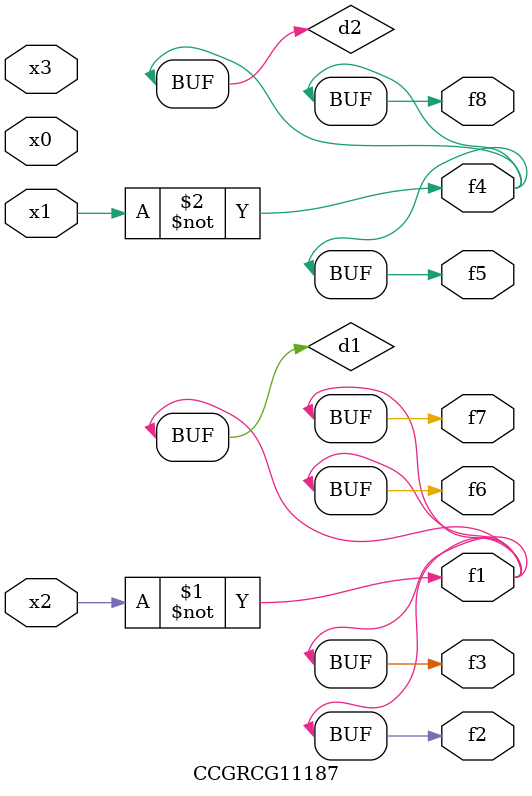
<source format=v>
module CCGRCG11187(
	input x0, x1, x2, x3,
	output f1, f2, f3, f4, f5, f6, f7, f8
);

	wire d1, d2;

	xnor (d1, x2);
	not (d2, x1);
	assign f1 = d1;
	assign f2 = d1;
	assign f3 = d1;
	assign f4 = d2;
	assign f5 = d2;
	assign f6 = d1;
	assign f7 = d1;
	assign f8 = d2;
endmodule

</source>
